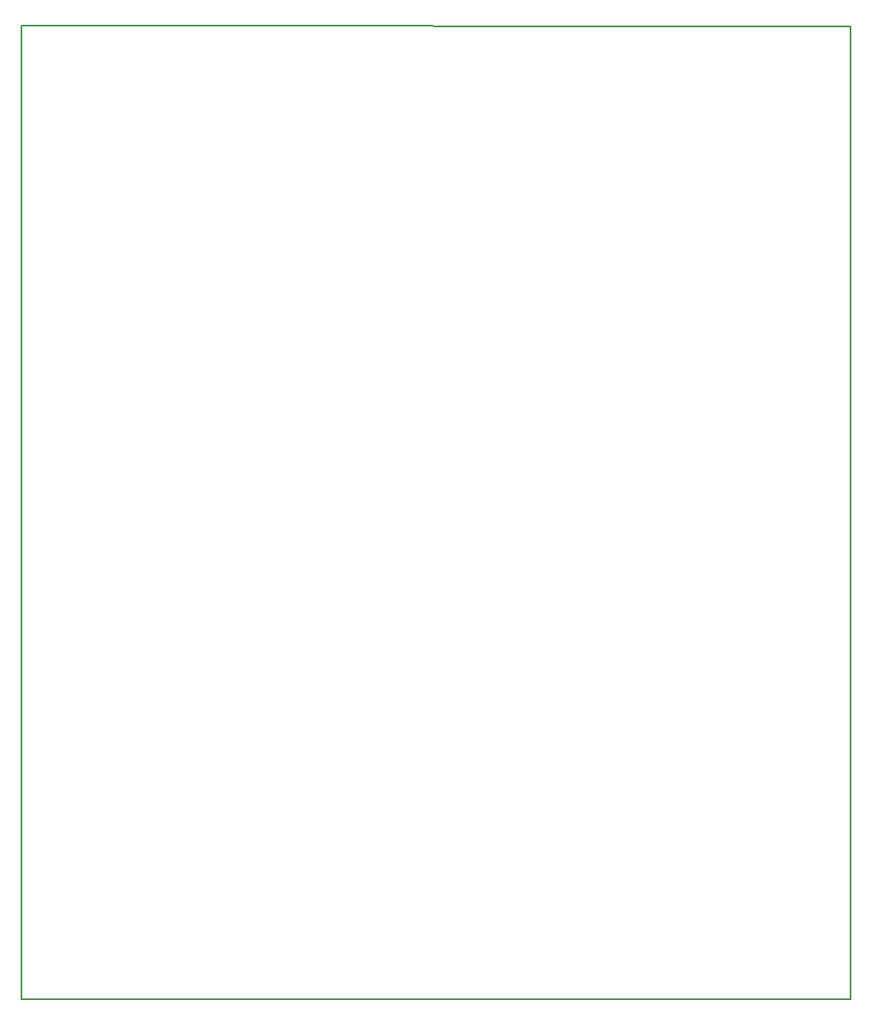
<source format=gbr>
G04 #@! TF.GenerationSoftware,KiCad,Pcbnew,5.1.2-f72e74a~84~ubuntu18.04.1*
G04 #@! TF.CreationDate,2019-06-24T12:10:09-06:00*
G04 #@! TF.ProjectId,LORA_Relay_AC,4c4f5241-5f52-4656-9c61-795f41432e6b,rev?*
G04 #@! TF.SameCoordinates,Original*
G04 #@! TF.FileFunction,Profile,NP*
%FSLAX46Y46*%
G04 Gerber Fmt 4.6, Leading zero omitted, Abs format (unit mm)*
G04 Created by KiCad (PCBNEW 5.1.2-f72e74a~84~ubuntu18.04.1) date 2019-06-24 12:10:09*
%MOMM*%
%LPD*%
G04 APERTURE LIST*
%ADD10C,0.150000*%
G04 APERTURE END LIST*
D10*
X167259000Y-57912000D02*
X82169000Y-57785000D01*
X82169000Y-57785000D02*
X82169000Y-157607000D01*
X82169000Y-157607000D02*
X167259000Y-157607000D01*
X167259000Y-157607000D02*
X167259000Y-57912000D01*
M02*

</source>
